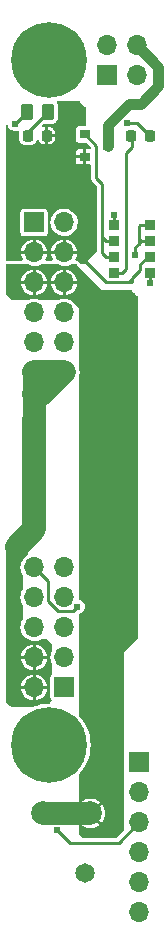
<source format=gbr>
%TF.GenerationSoftware,KiCad,Pcbnew,(6.0.5-0)*%
%TF.CreationDate,2022-07-05T23:23:50-07:00*%
%TF.ProjectId,jetson-nano-ppoe,6a657473-6f6e-42d6-9e61-6e6f2d70706f,rev?*%
%TF.SameCoordinates,PX8b3c880PY8583b00*%
%TF.FileFunction,Copper,L1,Top*%
%TF.FilePolarity,Positive*%
%FSLAX46Y46*%
G04 Gerber Fmt 4.6, Leading zero omitted, Abs format (unit mm)*
G04 Created by KiCad (PCBNEW (6.0.5-0)) date 2022-07-05 23:23:50*
%MOMM*%
%LPD*%
G01*
G04 APERTURE LIST*
G04 Aperture macros list*
%AMRoundRect*
0 Rectangle with rounded corners*
0 $1 Rounding radius*
0 $2 $3 $4 $5 $6 $7 $8 $9 X,Y pos of 4 corners*
0 Add a 4 corners polygon primitive as box body*
4,1,4,$2,$3,$4,$5,$6,$7,$8,$9,$2,$3,0*
0 Add four circle primitives for the rounded corners*
1,1,$1+$1,$2,$3*
1,1,$1+$1,$4,$5*
1,1,$1+$1,$6,$7*
1,1,$1+$1,$8,$9*
0 Add four rect primitives between the rounded corners*
20,1,$1+$1,$2,$3,$4,$5,0*
20,1,$1+$1,$4,$5,$6,$7,0*
20,1,$1+$1,$6,$7,$8,$9,0*
20,1,$1+$1,$8,$9,$2,$3,0*%
G04 Aperture macros list end*
%TA.AperFunction,ComponentPad*%
%ADD10R,1.700000X1.700000*%
%TD*%
%TA.AperFunction,ComponentPad*%
%ADD11O,1.700000X1.700000*%
%TD*%
%TA.AperFunction,ComponentPad*%
%ADD12C,1.650000*%
%TD*%
%TA.AperFunction,ComponentPad*%
%ADD13C,0.800000*%
%TD*%
%TA.AperFunction,ComponentPad*%
%ADD14C,6.400000*%
%TD*%
%TA.AperFunction,SMDPad,CuDef*%
%ADD15R,0.900000X0.800000*%
%TD*%
%TA.AperFunction,SMDPad,CuDef*%
%ADD16C,2.000000*%
%TD*%
%TA.AperFunction,SMDPad,CuDef*%
%ADD17RoundRect,0.250000X0.262500X0.450000X-0.262500X0.450000X-0.262500X-0.450000X0.262500X-0.450000X0*%
%TD*%
%TA.AperFunction,SMDPad,CuDef*%
%ADD18RoundRect,0.218750X-0.218750X-0.256250X0.218750X-0.256250X0.218750X0.256250X-0.218750X0.256250X0*%
%TD*%
%TA.AperFunction,SMDPad,CuDef*%
%ADD19R,0.900000X0.900000*%
%TD*%
%TA.AperFunction,ViaPad*%
%ADD20C,0.609600*%
%TD*%
%TA.AperFunction,Conductor*%
%ADD21C,0.254000*%
%TD*%
%TA.AperFunction,Conductor*%
%ADD22C,0.914400*%
%TD*%
%TA.AperFunction,Conductor*%
%ADD23C,2.000000*%
%TD*%
G04 APERTURE END LIST*
%TO.C,NT1*%
G36*
X7500000Y10200000D02*
G01*
X3500000Y10200000D01*
X3500000Y12200000D01*
X7500000Y12200000D01*
X7500000Y10200000D01*
G37*
%TO.C,NT2*%
G36*
X3750000Y44500000D02*
G01*
X1750000Y44500000D01*
X1750000Y48500000D01*
X3750000Y48500000D01*
X3750000Y44500000D01*
G37*
%TD*%
D10*
%TO.P,J2,1,Pin_1*%
%TO.N,+3V3*%
X5270000Y21870000D03*
D11*
%TO.P,J2,2,Pin_2*%
%TO.N,+5V*%
X2730000Y21870000D03*
%TO.P,J2,3,Pin_3*%
%TO.N,/I2C1_SDA*%
X5270000Y24410000D03*
%TO.P,J2,4,Pin_4*%
%TO.N,+5V*%
X2730000Y24410000D03*
%TO.P,J2,5,Pin_5*%
%TO.N,/I2C1_SCL*%
X5270000Y26950000D03*
%TO.P,J2,6,Pin_6*%
%TO.N,GND*%
X2730000Y26950000D03*
%TO.P,J2,7,Pin_7*%
%TO.N,unconnected-(J2-Pad7)*%
X5270000Y29490000D03*
%TO.P,J2,8,Pin_8*%
%TO.N,/UART1_TXD*%
X2730000Y29490000D03*
%TO.P,J2,9,Pin_9*%
%TO.N,GND*%
X5270000Y32030000D03*
%TO.P,J2,10,Pin_10*%
%TO.N,/UART1_RXD*%
X2730000Y32030000D03*
%TD*%
D12*
%TO.P,J1,1,Pin_1*%
%TO.N,GND*%
X7000000Y6200000D03*
%TO.P,J1,2,Pin_2*%
%TO.N,/12V_CONN*%
X3500000Y11200000D03*
%TD*%
D13*
%TO.P,H2,1*%
%TO.N,N/C*%
X4000000Y77400000D03*
X6400000Y75000000D03*
X1600000Y75000000D03*
X2302944Y76697056D03*
X2302944Y73302944D03*
X5697056Y76697056D03*
D14*
X4000000Y75000000D03*
D13*
X5697056Y73302944D03*
X4000000Y72600000D03*
%TD*%
D15*
%TO.P,Q2,1,G*%
%TO.N,/TR2_EN*%
X7000000Y68700000D03*
%TO.P,Q2,2,S*%
%TO.N,+12V*%
X7000000Y66800000D03*
%TO.P,Q2,3,D*%
%TO.N,/TR2_TAP*%
X9000000Y67750000D03*
%TD*%
D10*
%TO.P,J3,1,Pin_1*%
%TO.N,/TR1_TAP*%
X8870000Y73730000D03*
D11*
%TO.P,J3,2,Pin_2*%
%TO.N,/TR0_TAP*%
X8870000Y76270000D03*
%TO.P,J3,3,Pin_3*%
%TO.N,GND*%
X11410000Y73730000D03*
%TO.P,J3,4,Pin_4*%
%TO.N,/TR2_TAP*%
X11410000Y76270000D03*
%TD*%
D13*
%TO.P,H1,1*%
%TO.N,N/C*%
X4000000Y19400000D03*
X2302944Y15302944D03*
X6400000Y17000000D03*
X1600000Y17000000D03*
X5697056Y15302944D03*
X2302944Y18697056D03*
D14*
X4000000Y17000000D03*
D13*
X4000000Y14600000D03*
X5697056Y18697056D03*
%TD*%
D16*
%TO.P,NT1,1,1*%
%TO.N,/12V_CONN*%
X3500000Y11200000D03*
%TO.P,NT1,2,2*%
%TO.N,/REG_VIN*%
X7500000Y11200000D03*
%TD*%
D10*
%TO.P,J5,1,Pin_1*%
%TO.N,GND*%
X11620005Y15520010D03*
D11*
%TO.P,J5,2,Pin_2*%
%TO.N,unconnected-(J5-Pad2)*%
X11620005Y12980010D03*
%TO.P,J5,3,Pin_3*%
%TO.N,/UART_VCC*%
X11620005Y10440010D03*
%TO.P,J5,4,Pin_4*%
%TO.N,/UART1_RXD*%
X11620005Y7900010D03*
%TO.P,J5,5,Pin_5*%
%TO.N,/UART1_TXD*%
X11620005Y5360010D03*
%TO.P,J5,6,Pin_6*%
%TO.N,unconnected-(J5-Pad6)*%
X11620005Y2820010D03*
%TD*%
D17*
%TO.P,R1,1*%
%TO.N,/REG_PG_R*%
X3912500Y70600000D03*
%TO.P,R1,2*%
%TO.N,/REG_PG*%
X2087500Y70600000D03*
%TD*%
D16*
%TO.P,NT2,1,1*%
%TO.N,+5V*%
X2750000Y44500000D03*
%TO.P,NT2,2,2*%
%TO.N,/REG_VOUT*%
X2750000Y48500000D03*
%TD*%
D18*
%TO.P,D2,1,K*%
%TO.N,/REG_VRP_K*%
X10962500Y68600000D03*
%TO.P,D2,2,A*%
%TO.N,+12V*%
X12537500Y68600000D03*
%TD*%
D10*
%TO.P,J4,1,Pin_1*%
%TO.N,/REG_PG*%
X2730000Y61240000D03*
D11*
%TO.P,J4,2,Pin_2*%
%TO.N,/REG_EN*%
X5270000Y61240000D03*
%TO.P,J4,3,Pin_3*%
%TO.N,+12V*%
X2730000Y58700000D03*
%TO.P,J4,4,Pin_4*%
X5270000Y58700000D03*
%TO.P,J4,5,Pin_5*%
%TO.N,/REG_VIN*%
X2730000Y56160000D03*
%TO.P,J4,6,Pin_6*%
X5270000Y56160000D03*
%TO.P,J4,7,Pin_7*%
%TO.N,GND*%
X2730000Y53620000D03*
%TO.P,J4,8,Pin_8*%
X5270000Y53620000D03*
%TO.P,J4,9,Pin_9*%
X2730000Y51080000D03*
%TO.P,J4,10,Pin_10*%
X5270000Y51080000D03*
%TO.P,J4,11,Pin_11*%
%TO.N,/REG_VOUT*%
X2730000Y48540000D03*
%TO.P,J4,12,Pin_12*%
X5270000Y48540000D03*
%TD*%
D18*
%TO.P,D3,2,A*%
%TO.N,+12V*%
X3787500Y68600000D03*
%TO.P,D3,1,K*%
%TO.N,/REG_PG_R*%
X2212500Y68600000D03*
%TD*%
D19*
%TO.P,RN2,1,R1.1*%
%TO.N,GND*%
X9500000Y61000000D03*
%TO.P,RN2,2,R1.1*%
%TO.N,/TR2_EN*%
X9500000Y59660000D03*
%TO.P,RN2,3,R1.1*%
X9500000Y58340000D03*
%TO.P,RN2,4,R1.1*%
%TO.N,/REG_VRP_K*%
X9500000Y57000000D03*
%TO.P,RN2,5,R1.2*%
%TO.N,GND*%
X12500000Y57000000D03*
%TO.P,RN2,6,R1.2*%
%TO.N,+12V*%
X12500000Y58340000D03*
%TO.P,RN2,7,R1.2*%
%TO.N,/REG_VIN*%
X12500000Y59660000D03*
%TO.P,RN2,8,R1.2*%
X12500000Y61000000D03*
%TD*%
D20*
%TO.N,GND*%
X9500000Y61900000D03*
%TO.N,/REG_PG*%
X1100000Y69600000D03*
%TO.N,+12V*%
X6750000Y70000000D03*
X10557146Y69692854D03*
%TO.N,GND*%
X12500000Y56100000D03*
%TO.N,/UART1_RXD*%
X6400000Y28700000D03*
%TO.N,/UART_VCC*%
X4700000Y9800000D03*
%TO.N,/REG_VIN*%
X11000000Y55000000D03*
X11300000Y58500000D03*
%TD*%
D21*
%TO.N,/REG_VIN*%
X11796000Y59660000D02*
X11568000Y59432000D01*
X11600000Y59464000D02*
X11568000Y59432000D01*
X11568000Y59432000D02*
X11300000Y59164000D01*
X11600000Y59800000D02*
X11600000Y59464000D01*
X11796000Y59660000D02*
X11740000Y59660000D01*
X11600000Y59800000D02*
X11600000Y60900000D01*
X11740000Y59660000D02*
X11600000Y59800000D01*
X11600000Y60900000D02*
X11700000Y61000000D01*
X11700000Y61000000D02*
X12500000Y61000000D01*
%TO.N,GND*%
X9500000Y61000000D02*
X9500000Y61900000D01*
%TO.N,/REG_PG*%
X2087500Y70600000D02*
X2087500Y70587500D01*
X2087500Y70587500D02*
X1100000Y69600000D01*
%TO.N,/REG_PG_R*%
X2212500Y68600000D02*
X2212500Y68900000D01*
X2212500Y68900000D02*
X3912500Y70600000D01*
%TO.N,+12V*%
X10720289Y56220289D02*
X11020289Y56220289D01*
D22*
X7500000Y59250000D02*
X7500000Y64000000D01*
D21*
X11050000Y56250000D02*
X10900000Y56400000D01*
X12537500Y68600000D02*
X11444646Y69692854D01*
X10720289Y56220289D02*
X10900000Y56400000D01*
X8779711Y56220289D02*
X6950000Y58050000D01*
X11444646Y69692854D02*
X10557146Y69692854D01*
X6950000Y58050000D02*
X6950000Y58700000D01*
X11020289Y56220289D02*
X11050000Y56250000D01*
X11050000Y56250000D02*
X11050000Y56550000D01*
X12340000Y58340000D02*
X12500000Y58340000D01*
X10900000Y56400000D02*
X11050000Y56550000D01*
X11720289Y57720289D02*
X12340000Y58340000D01*
X6950000Y66800000D02*
X7000000Y66800000D01*
X8779711Y56220289D02*
X10720289Y56220289D01*
D22*
X6950000Y58700000D02*
X7500000Y59250000D01*
D21*
X11050000Y56550000D02*
X11720289Y57220289D01*
X11720289Y57220289D02*
X11720289Y57720289D01*
D22*
X7500000Y64000000D02*
X7000000Y64500000D01*
D21*
%TO.N,GND*%
X12500000Y57000000D02*
X12500000Y56100000D01*
D23*
%TO.N,+5V*%
X2750000Y35250000D02*
X1250000Y33750000D01*
X2750000Y44500000D02*
X2750000Y35250000D01*
D21*
%TO.N,/UART1_RXD*%
X6010289Y28310289D02*
X6400000Y28700000D01*
X2730000Y32030000D02*
X3909711Y30850289D01*
X3909711Y29181925D02*
X4781347Y28310289D01*
X3909711Y30850289D02*
X3909711Y29181925D01*
X4781347Y28310289D02*
X6010289Y28310289D01*
D22*
%TO.N,/TR2_TAP*%
X13250000Y72750000D02*
X11750000Y71250000D01*
X13250000Y74430000D02*
X13250000Y72750000D01*
X9000000Y69500000D02*
X10750000Y71250000D01*
X11750000Y71250000D02*
X10750000Y71250000D01*
X9000000Y67750000D02*
X9000000Y69500000D01*
X11410000Y76270000D02*
X13250000Y74430000D01*
D21*
%TO.N,/REG_VRP_K*%
X11000000Y67600000D02*
X11000000Y68562500D01*
X10500000Y67100000D02*
X11000000Y67600000D01*
X10500000Y57300000D02*
X10500000Y67100000D01*
X10200000Y57000000D02*
X10500000Y57300000D01*
X9500000Y57000000D02*
X10200000Y57000000D01*
X11000000Y68562500D02*
X10962500Y68600000D01*
D23*
%TO.N,/REG_VOUT*%
X5270000Y48540000D02*
X3432711Y46702711D01*
X2730000Y48540000D02*
X5270000Y48540000D01*
X3432711Y46702711D02*
X2750000Y46702711D01*
D21*
%TO.N,/UART_VCC*%
X4700000Y9800000D02*
X5800000Y8700000D01*
X9879995Y8700000D02*
X11620005Y10440010D01*
X5800000Y8700000D02*
X9879995Y8700000D01*
%TO.N,/REG_VIN*%
X12500000Y59660000D02*
X11796000Y59660000D01*
X11300000Y59164000D02*
X11300000Y58500000D01*
%TO.N,/TR2_EN*%
X9500000Y58340000D02*
X8796000Y58340000D01*
X8000000Y65000000D02*
X8500000Y64500000D01*
X8840000Y59660000D02*
X8750000Y59750000D01*
X8500000Y64500000D02*
X8500000Y60000000D01*
X8500000Y58636000D02*
X8500000Y59750000D01*
X8796000Y58340000D02*
X8500000Y58636000D01*
X8500000Y59750000D02*
X8500000Y60000000D01*
X8840000Y59660000D02*
X8500000Y60000000D01*
X9500000Y59660000D02*
X8840000Y59660000D01*
X7050000Y68700000D02*
X8000000Y67750000D01*
X8750000Y59750000D02*
X8500000Y59750000D01*
X8000000Y67750000D02*
X8000000Y65000000D01*
X7000000Y68700000D02*
X7050000Y68700000D01*
%TD*%
%TA.AperFunction,Conductor*%
%TO.N,+5V*%
G36*
X1767461Y34480787D02*
G01*
X1779465Y34470535D01*
X2220535Y34029465D01*
X2248761Y33974067D01*
X2250000Y33958330D01*
X2250000Y33146032D01*
X2230787Y33086901D01*
X2200836Y33059576D01*
X2051987Y32971020D01*
X2051982Y32971016D01*
X2048023Y32968661D01*
X2044557Y32965622D01*
X2044555Y32965620D01*
X1891852Y32831704D01*
X1891849Y32831701D01*
X1888385Y32828663D01*
X1756933Y32661917D01*
X1658070Y32474008D01*
X1595105Y32271229D01*
X1570149Y32060372D01*
X1584036Y31848497D01*
X1636301Y31642701D01*
X1725195Y31449876D01*
X1727858Y31446108D01*
X1731555Y31440877D01*
X1750000Y31382817D01*
X1750000Y30133589D01*
X1738430Y30086749D01*
X1658070Y29934008D01*
X1595105Y29731229D01*
X1570149Y29520372D01*
X1584036Y29308497D01*
X1636301Y29102701D01*
X1725195Y28909876D01*
X1727858Y28906108D01*
X1731555Y28900877D01*
X1750000Y28842817D01*
X1750000Y27593589D01*
X1738430Y27546749D01*
X1658070Y27394008D01*
X1595105Y27191229D01*
X1570149Y26980372D01*
X1584036Y26768497D01*
X1636301Y26562701D01*
X1725195Y26369876D01*
X1847740Y26196479D01*
X1999832Y26048317D01*
X2003665Y26045756D01*
X2003666Y26045755D01*
X2172542Y25932915D01*
X2172546Y25932913D01*
X2176377Y25930353D01*
X2371463Y25846538D01*
X2578557Y25799677D01*
X2684640Y25795509D01*
X2786114Y25791522D01*
X2786115Y25791522D01*
X2790723Y25791341D01*
X2795280Y25792002D01*
X2795285Y25792002D01*
X2996293Y25821147D01*
X2996299Y25821148D01*
X3000855Y25821809D01*
X3005218Y25823290D01*
X3005222Y25823291D01*
X3197553Y25888579D01*
X3201916Y25890060D01*
X3375325Y25987173D01*
X3424479Y26000000D01*
X3708330Y26000000D01*
X3767461Y25980787D01*
X3779465Y25970535D01*
X4220535Y25529465D01*
X4248761Y25474067D01*
X4250000Y25458330D01*
X4250000Y24977561D01*
X4238430Y24930721D01*
X4198070Y24854008D01*
X4135105Y24651229D01*
X4110149Y24440372D01*
X4124036Y24228497D01*
X4176301Y24022701D01*
X4178234Y24018508D01*
X4240759Y23882881D01*
X4250000Y23840764D01*
X4250000Y23023512D01*
X4230787Y22964381D01*
X4220597Y22952440D01*
X4170293Y22902048D01*
X4170290Y22902043D01*
X4163730Y22895472D01*
X4117742Y22791451D01*
X4114700Y22765358D01*
X4114700Y20974642D01*
X4117867Y20948022D01*
X4164036Y20844081D01*
X4170608Y20837521D01*
X4182878Y20825272D01*
X4211153Y20769899D01*
X4201480Y20708482D01*
X4182940Y20682940D01*
X4037975Y20537975D01*
X3982577Y20509749D01*
X3972106Y20508648D01*
X3928475Y20506361D01*
X3635738Y20491020D01*
X3635730Y20491019D01*
X3633094Y20490881D01*
X3465386Y20464319D01*
X3272812Y20433819D01*
X3272804Y20433817D01*
X3270207Y20433406D01*
X3123589Y20394120D01*
X2917852Y20338993D01*
X2917844Y20338990D01*
X2915316Y20338313D01*
X2912865Y20337372D01*
X2702660Y20256682D01*
X2666608Y20250000D01*
X791670Y20250000D01*
X732539Y20269213D01*
X720535Y20279465D01*
X334765Y20665235D01*
X306539Y20720633D01*
X305300Y20736370D01*
X305300Y21732945D01*
X1632535Y21732945D01*
X1634619Y21701149D01*
X1636053Y21692095D01*
X1683729Y21504370D01*
X1686798Y21495705D01*
X1767879Y21319828D01*
X1772476Y21311866D01*
X1884251Y21153707D01*
X1890224Y21146714D01*
X2028946Y21011577D01*
X2036092Y21005790D01*
X2197125Y20898191D01*
X2205200Y20893808D01*
X2383145Y20817356D01*
X2391884Y20814517D01*
X2580780Y20771774D01*
X2587318Y20770913D01*
X2599624Y20774383D01*
X2602278Y20777750D01*
X2602500Y20778991D01*
X2602500Y20788795D01*
X2857500Y20788795D01*
X2861688Y20775905D01*
X2862878Y20775041D01*
X2868953Y20774523D01*
X2984266Y20791242D01*
X2993195Y20793386D01*
X3176597Y20855644D01*
X3184982Y20859377D01*
X3353967Y20954013D01*
X3361537Y20959216D01*
X3510444Y21083059D01*
X3516941Y21089556D01*
X3640784Y21238463D01*
X3645987Y21246033D01*
X3740623Y21415018D01*
X3744356Y21423403D01*
X3806614Y21606805D01*
X3808758Y21615734D01*
X3824852Y21726732D01*
X3822557Y21740089D01*
X3821503Y21741115D01*
X3815563Y21742500D01*
X2873433Y21742500D01*
X2860543Y21738312D01*
X2857500Y21734123D01*
X2857500Y20788795D01*
X2602500Y20788795D01*
X2602500Y21726567D01*
X2598312Y21739457D01*
X2594123Y21742500D01*
X1647842Y21742500D01*
X1634952Y21738312D01*
X1632843Y21735409D01*
X1632535Y21732945D01*
X305300Y21732945D01*
X305300Y22013323D01*
X1635178Y22013323D01*
X1637822Y22000030D01*
X1639421Y21998552D01*
X1644214Y21997500D01*
X2586567Y21997500D01*
X2599457Y22001688D01*
X2602500Y22005877D01*
X2602500Y22013433D01*
X2857500Y22013433D01*
X2861688Y22000543D01*
X2865877Y21997500D01*
X3811081Y21997500D01*
X3823971Y22001688D01*
X3825666Y22004021D01*
X3826077Y22007699D01*
X3820586Y22067462D01*
X3818913Y22076485D01*
X3766340Y22262897D01*
X3763049Y22271470D01*
X3677387Y22445176D01*
X3672592Y22453000D01*
X3556705Y22608191D01*
X3550560Y22615016D01*
X3408340Y22746483D01*
X3401051Y22752077D01*
X3237254Y22855424D01*
X3229067Y22859596D01*
X3049182Y22931362D01*
X3040371Y22933972D01*
X2873129Y22967238D01*
X2859667Y22965645D01*
X2859633Y22965614D01*
X2857500Y22957439D01*
X2857500Y22013433D01*
X2602500Y22013433D01*
X2602500Y22952418D01*
X2598312Y22965308D01*
X2597697Y22965755D01*
X2590437Y22966278D01*
X2447585Y22941732D01*
X2438713Y22939355D01*
X2257010Y22872321D01*
X2248711Y22868362D01*
X2082269Y22769340D01*
X2074837Y22763940D01*
X1929223Y22636240D01*
X1922902Y22629579D01*
X1802995Y22477478D01*
X1797995Y22469779D01*
X1707813Y22298372D01*
X1704300Y22289890D01*
X1646864Y22104918D01*
X1644957Y22095944D01*
X1635178Y22013323D01*
X305300Y22013323D01*
X305300Y24272945D01*
X1632535Y24272945D01*
X1634619Y24241149D01*
X1636053Y24232095D01*
X1683729Y24044370D01*
X1686798Y24035705D01*
X1767879Y23859828D01*
X1772476Y23851866D01*
X1884251Y23693707D01*
X1890224Y23686714D01*
X2028946Y23551577D01*
X2036092Y23545790D01*
X2197125Y23438191D01*
X2205200Y23433808D01*
X2383145Y23357356D01*
X2391884Y23354517D01*
X2580780Y23311774D01*
X2587318Y23310913D01*
X2599624Y23314383D01*
X2602278Y23317750D01*
X2602500Y23318991D01*
X2602500Y23328795D01*
X2857500Y23328795D01*
X2861688Y23315905D01*
X2862878Y23315041D01*
X2868953Y23314523D01*
X2984266Y23331242D01*
X2993195Y23333386D01*
X3176597Y23395644D01*
X3184982Y23399377D01*
X3353967Y23494013D01*
X3361537Y23499216D01*
X3510444Y23623059D01*
X3516941Y23629556D01*
X3640784Y23778463D01*
X3645987Y23786033D01*
X3740623Y23955018D01*
X3744356Y23963403D01*
X3806614Y24146805D01*
X3808758Y24155734D01*
X3824852Y24266732D01*
X3822557Y24280089D01*
X3821503Y24281115D01*
X3815563Y24282500D01*
X2873433Y24282500D01*
X2860543Y24278312D01*
X2857500Y24274123D01*
X2857500Y23328795D01*
X2602500Y23328795D01*
X2602500Y24266567D01*
X2598312Y24279457D01*
X2594123Y24282500D01*
X1647842Y24282500D01*
X1634952Y24278312D01*
X1632843Y24275409D01*
X1632535Y24272945D01*
X305300Y24272945D01*
X305300Y24553323D01*
X1635178Y24553323D01*
X1637822Y24540030D01*
X1639421Y24538552D01*
X1644214Y24537500D01*
X2586567Y24537500D01*
X2599457Y24541688D01*
X2602500Y24545877D01*
X2602500Y24553433D01*
X2857500Y24553433D01*
X2861688Y24540543D01*
X2865877Y24537500D01*
X3811081Y24537500D01*
X3823971Y24541688D01*
X3825666Y24544021D01*
X3826077Y24547699D01*
X3820586Y24607462D01*
X3818913Y24616485D01*
X3766340Y24802897D01*
X3763049Y24811470D01*
X3677387Y24985176D01*
X3672592Y24993000D01*
X3556705Y25148191D01*
X3550560Y25155016D01*
X3408340Y25286483D01*
X3401051Y25292077D01*
X3237254Y25395424D01*
X3229067Y25399596D01*
X3049182Y25471362D01*
X3040371Y25473972D01*
X2873129Y25507238D01*
X2859667Y25505645D01*
X2859633Y25505614D01*
X2857500Y25497439D01*
X2857500Y24553433D01*
X2602500Y24553433D01*
X2602500Y25492418D01*
X2598312Y25505308D01*
X2597697Y25505755D01*
X2590437Y25506278D01*
X2447585Y25481732D01*
X2438713Y25479355D01*
X2257010Y25412321D01*
X2248711Y25408362D01*
X2082269Y25309340D01*
X2074837Y25303940D01*
X1929223Y25176240D01*
X1922902Y25169579D01*
X1802995Y25017478D01*
X1797995Y25009779D01*
X1707813Y24838372D01*
X1704300Y24829890D01*
X1646864Y24644918D01*
X1644957Y24635944D01*
X1635178Y24553323D01*
X305300Y24553323D01*
X305300Y34013630D01*
X324513Y34072761D01*
X334765Y34084765D01*
X720535Y34470535D01*
X775933Y34498761D01*
X791670Y34500000D01*
X1708330Y34500000D01*
X1767461Y34480787D01*
G37*
%TD.AperFunction*%
%TD*%
%TA.AperFunction,Conductor*%
%TO.N,+12V*%
G36*
X6617461Y71480787D02*
G01*
X6629465Y71470535D01*
X7070535Y71029465D01*
X7098761Y70974067D01*
X7100000Y70958330D01*
X7100000Y69505900D01*
X7080787Y69446769D01*
X7030487Y69410224D01*
X6999400Y69405300D01*
X6504642Y69405300D01*
X6501694Y69404949D01*
X6501689Y69404949D01*
X6485518Y69403025D01*
X6485517Y69403025D01*
X6478022Y69402133D01*
X6374081Y69355964D01*
X6293730Y69275472D01*
X6289975Y69266978D01*
X6253362Y69184162D01*
X6247742Y69171451D01*
X6244700Y69145358D01*
X6244700Y68254642D01*
X6245051Y68251694D01*
X6245051Y68251689D01*
X6246975Y68235518D01*
X6247867Y68228022D01*
X6294036Y68124081D01*
X6374528Y68043730D01*
X6417344Y68024801D01*
X6471629Y68000801D01*
X6471631Y68000800D01*
X6478549Y67997742D01*
X6491185Y67996269D01*
X6501730Y67995039D01*
X6501738Y67995039D01*
X6504642Y67994700D01*
X7102265Y67994700D01*
X7161396Y67975487D01*
X7173400Y67965235D01*
X7512900Y67625735D01*
X7541126Y67570337D01*
X7531400Y67508929D01*
X7487436Y67464965D01*
X7441765Y67454000D01*
X7143433Y67454000D01*
X7130543Y67449812D01*
X7127500Y67445623D01*
X7127500Y66161934D01*
X7131688Y66149044D01*
X7135877Y66146001D01*
X7467100Y66146001D01*
X7526231Y66126788D01*
X7562776Y66076488D01*
X7567700Y66045401D01*
X7567700Y65031634D01*
X7567003Y65019810D01*
X7563033Y64986267D01*
X7564384Y64978870D01*
X7573205Y64930568D01*
X7573723Y64927456D01*
X7582144Y64871451D01*
X7585143Y64865205D01*
X7586388Y64858389D01*
X7612507Y64808107D01*
X7613881Y64805356D01*
X7638414Y64754267D01*
X7642511Y64749836D01*
X7643674Y64748109D01*
X7646312Y64743030D01*
X7650442Y64738193D01*
X7686479Y64702156D01*
X7689216Y64699310D01*
X7726655Y64658809D01*
X7732533Y64655395D01*
X7739313Y64649322D01*
X8038235Y64350400D01*
X8066461Y64295002D01*
X8067700Y64279265D01*
X8067700Y60031634D01*
X8067003Y60019810D01*
X8063033Y59986267D01*
X8065728Y59971512D01*
X8066063Y59969676D01*
X8067700Y59951602D01*
X8067700Y59811059D01*
X8066336Y59799133D01*
X8066453Y59799124D01*
X8065863Y59791626D01*
X8064165Y59784301D01*
X8064696Y59776801D01*
X8064696Y59776800D01*
X8067449Y59737919D01*
X8067700Y59730814D01*
X8067700Y58909370D01*
X8048487Y58850239D01*
X8038235Y58838235D01*
X6929465Y57729465D01*
X6874067Y57701239D01*
X6858330Y57700000D01*
X6780500Y57700000D01*
X6721369Y57719213D01*
X6709365Y57729465D01*
X6548880Y57889950D01*
X6532104Y57905458D01*
X6531676Y57905854D01*
X6531657Y57905871D01*
X6530984Y57906493D01*
X6528987Y57908199D01*
X6522734Y57913539D01*
X6522733Y57913539D01*
X6518980Y57916745D01*
X6514675Y57919156D01*
X6514672Y57919158D01*
X6453111Y57953633D01*
X6413350Y57975900D01*
X6354219Y57995113D01*
X6300629Y58003601D01*
X6245235Y58031826D01*
X6217008Y58087223D01*
X6228596Y58152116D01*
X6280623Y58245018D01*
X6284356Y58253403D01*
X6346614Y58436805D01*
X6348758Y58445734D01*
X6364852Y58556732D01*
X6362557Y58570089D01*
X6361503Y58571115D01*
X6355563Y58572500D01*
X4187842Y58572500D01*
X4174952Y58568312D01*
X4172843Y58565409D01*
X4172535Y58562945D01*
X4174619Y58531149D01*
X4176053Y58522095D01*
X4223729Y58334370D01*
X4226798Y58325705D01*
X4306409Y58153017D01*
X4313717Y58091274D01*
X4283338Y58037027D01*
X4226875Y58010997D01*
X4215050Y58010300D01*
X3780815Y58010300D01*
X3721684Y58029513D01*
X3685139Y58079813D01*
X3685139Y58141987D01*
X3693042Y58160055D01*
X3740623Y58245018D01*
X3744356Y58253403D01*
X3806614Y58436805D01*
X3808758Y58445734D01*
X3824852Y58556732D01*
X3822557Y58570089D01*
X3821503Y58571115D01*
X3815563Y58572500D01*
X1647842Y58572500D01*
X1634952Y58568312D01*
X1632843Y58565409D01*
X1632535Y58562945D01*
X1634619Y58531149D01*
X1636053Y58522095D01*
X1683729Y58334370D01*
X1686798Y58325705D01*
X1766409Y58153017D01*
X1773717Y58091274D01*
X1743338Y58037027D01*
X1686875Y58010997D01*
X1675050Y58010300D01*
X405900Y58010300D01*
X346769Y58029513D01*
X310224Y58079813D01*
X305300Y58110900D01*
X305300Y58843323D01*
X1635178Y58843323D01*
X1637822Y58830030D01*
X1639421Y58828552D01*
X1644214Y58827500D01*
X2586567Y58827500D01*
X2599457Y58831688D01*
X2602500Y58835877D01*
X2602500Y58843433D01*
X2857500Y58843433D01*
X2861688Y58830543D01*
X2865877Y58827500D01*
X3811081Y58827500D01*
X3823971Y58831688D01*
X3825666Y58834021D01*
X3826077Y58837699D01*
X3825560Y58843323D01*
X4175178Y58843323D01*
X4177822Y58830030D01*
X4179421Y58828552D01*
X4184214Y58827500D01*
X5126567Y58827500D01*
X5139457Y58831688D01*
X5142500Y58835877D01*
X5142500Y58843433D01*
X5397500Y58843433D01*
X5401688Y58830543D01*
X5405877Y58827500D01*
X6351081Y58827500D01*
X6363971Y58831688D01*
X6365666Y58834021D01*
X6366077Y58837699D01*
X6360586Y58897462D01*
X6358913Y58906485D01*
X6306340Y59092897D01*
X6303049Y59101470D01*
X6217387Y59275176D01*
X6212592Y59283000D01*
X6096705Y59438191D01*
X6090560Y59445016D01*
X5948340Y59576483D01*
X5941051Y59582077D01*
X5777254Y59685424D01*
X5769067Y59689596D01*
X5589182Y59761362D01*
X5580371Y59763972D01*
X5413129Y59797238D01*
X5399667Y59795645D01*
X5399633Y59795614D01*
X5397500Y59787439D01*
X5397500Y58843433D01*
X5142500Y58843433D01*
X5142500Y59782418D01*
X5138312Y59795308D01*
X5137697Y59795755D01*
X5130437Y59796278D01*
X4987585Y59771732D01*
X4978713Y59769355D01*
X4797010Y59702321D01*
X4788711Y59698362D01*
X4622269Y59599340D01*
X4614837Y59593940D01*
X4469223Y59466240D01*
X4462902Y59459579D01*
X4342995Y59307478D01*
X4337995Y59299779D01*
X4247813Y59128372D01*
X4244300Y59119890D01*
X4186864Y58934918D01*
X4184957Y58925944D01*
X4175178Y58843323D01*
X3825560Y58843323D01*
X3820586Y58897462D01*
X3818913Y58906485D01*
X3766340Y59092897D01*
X3763049Y59101470D01*
X3677387Y59275176D01*
X3672592Y59283000D01*
X3556705Y59438191D01*
X3550560Y59445016D01*
X3408340Y59576483D01*
X3401051Y59582077D01*
X3237254Y59685424D01*
X3229067Y59689596D01*
X3049182Y59761362D01*
X3040371Y59763972D01*
X2873129Y59797238D01*
X2859667Y59795645D01*
X2859633Y59795614D01*
X2857500Y59787439D01*
X2857500Y58843433D01*
X2602500Y58843433D01*
X2602500Y59782418D01*
X2598312Y59795308D01*
X2597697Y59795755D01*
X2590437Y59796278D01*
X2447585Y59771732D01*
X2438713Y59769355D01*
X2257010Y59702321D01*
X2248711Y59698362D01*
X2082269Y59599340D01*
X2074837Y59593940D01*
X1929223Y59466240D01*
X1922902Y59459579D01*
X1802995Y59307478D01*
X1797995Y59299779D01*
X1707813Y59128372D01*
X1704300Y59119890D01*
X1646864Y58934918D01*
X1644957Y58925944D01*
X1635178Y58843323D01*
X305300Y58843323D01*
X305300Y60344642D01*
X1574700Y60344642D01*
X1577867Y60318022D01*
X1594065Y60281555D01*
X1620065Y60223022D01*
X1624036Y60214081D01*
X1704528Y60133730D01*
X1747344Y60114801D01*
X1801629Y60090801D01*
X1801631Y60090800D01*
X1808549Y60087742D01*
X1821185Y60086269D01*
X1831730Y60085039D01*
X1831738Y60085039D01*
X1834642Y60084700D01*
X3625358Y60084700D01*
X3628306Y60085051D01*
X3628311Y60085051D01*
X3644482Y60086975D01*
X3644483Y60086975D01*
X3651978Y60087867D01*
X3726985Y60121184D01*
X3747432Y60130266D01*
X3747433Y60130267D01*
X3755919Y60134036D01*
X3836270Y60214528D01*
X3882258Y60318549D01*
X3885300Y60344642D01*
X3885300Y61270372D01*
X4110149Y61270372D01*
X4124036Y61058497D01*
X4125168Y61054039D01*
X4125169Y61054034D01*
X4146728Y60969145D01*
X4176301Y60852701D01*
X4265195Y60659876D01*
X4387740Y60486479D01*
X4539832Y60338317D01*
X4543665Y60335756D01*
X4543666Y60335755D01*
X4712542Y60222915D01*
X4712546Y60222913D01*
X4716377Y60220353D01*
X4804920Y60182312D01*
X4902728Y60140291D01*
X4911463Y60136538D01*
X5118557Y60089677D01*
X5224640Y60085509D01*
X5326114Y60081522D01*
X5326115Y60081522D01*
X5330723Y60081341D01*
X5335280Y60082002D01*
X5335285Y60082002D01*
X5536293Y60111147D01*
X5536299Y60111148D01*
X5540855Y60111809D01*
X5545218Y60113290D01*
X5545222Y60113291D01*
X5737553Y60178579D01*
X5741916Y60180060D01*
X5927172Y60283808D01*
X5960013Y60311121D01*
X6086873Y60416630D01*
X6090420Y60419580D01*
X6097120Y60427636D01*
X6223244Y60579283D01*
X6223246Y60579285D01*
X6226192Y60582828D01*
X6329940Y60768084D01*
X6398191Y60969145D01*
X6398852Y60973701D01*
X6398853Y60973707D01*
X6428234Y61176345D01*
X6428234Y61176347D01*
X6428659Y61179277D01*
X6430249Y61240000D01*
X6410821Y61451439D01*
X6353186Y61655796D01*
X6341445Y61679605D01*
X6261318Y61842086D01*
X6261316Y61842089D01*
X6259275Y61846228D01*
X6237389Y61875537D01*
X6134996Y62012659D01*
X6134991Y62012664D01*
X6132233Y62016358D01*
X5976315Y62160487D01*
X5972419Y62162945D01*
X5972414Y62162949D01*
X5886528Y62217138D01*
X5796742Y62273789D01*
X5599529Y62352470D01*
X5391279Y62393893D01*
X5283787Y62395300D01*
X5183582Y62396612D01*
X5183578Y62396612D01*
X5178968Y62396672D01*
X5169011Y62394961D01*
X4974253Y62361496D01*
X4974248Y62361495D01*
X4969705Y62360714D01*
X4930553Y62346270D01*
X4774831Y62288822D01*
X4774829Y62288821D01*
X4770500Y62287224D01*
X4720424Y62257432D01*
X4591987Y62181020D01*
X4591982Y62181016D01*
X4588023Y62178661D01*
X4584557Y62175622D01*
X4584555Y62175620D01*
X4431852Y62041704D01*
X4431849Y62041701D01*
X4428385Y62038663D01*
X4296933Y61871917D01*
X4198070Y61684008D01*
X4135105Y61481229D01*
X4110149Y61270372D01*
X3885300Y61270372D01*
X3885300Y62135358D01*
X3882133Y62161978D01*
X3848816Y62236985D01*
X3839734Y62257432D01*
X3839733Y62257433D01*
X3835964Y62265919D01*
X3755472Y62346270D01*
X3712656Y62365199D01*
X3658371Y62389199D01*
X3658369Y62389200D01*
X3651451Y62392258D01*
X3637427Y62393893D01*
X3628270Y62394961D01*
X3628262Y62394961D01*
X3625358Y62395300D01*
X1834642Y62395300D01*
X1831694Y62394949D01*
X1831689Y62394949D01*
X1815518Y62393025D01*
X1815517Y62393025D01*
X1808022Y62392133D01*
X1737288Y62360714D01*
X1713224Y62350025D01*
X1704081Y62345964D01*
X1623730Y62265472D01*
X1619975Y62256978D01*
X1585351Y62178661D01*
X1577742Y62161451D01*
X1574700Y62135358D01*
X1574700Y60344642D01*
X305300Y60344642D01*
X305300Y66379922D01*
X6296001Y66379922D01*
X6296965Y66370139D01*
X6308804Y66310614D01*
X6316242Y66292655D01*
X6361371Y66225115D01*
X6375115Y66211371D01*
X6442657Y66166241D01*
X6460611Y66158804D01*
X6520131Y66146965D01*
X6529930Y66146000D01*
X6856567Y66146000D01*
X6869457Y66150188D01*
X6872500Y66154377D01*
X6872500Y66656567D01*
X6868312Y66669457D01*
X6864123Y66672500D01*
X6311934Y66672500D01*
X6299044Y66668312D01*
X6296001Y66664123D01*
X6296001Y66379922D01*
X305300Y66379922D01*
X305300Y66943433D01*
X6296000Y66943433D01*
X6300188Y66930543D01*
X6304377Y66927500D01*
X6856567Y66927500D01*
X6869457Y66931688D01*
X6872500Y66935877D01*
X6872500Y67438066D01*
X6868312Y67450956D01*
X6864123Y67453999D01*
X6529922Y67453999D01*
X6520139Y67453035D01*
X6460614Y67441196D01*
X6442655Y67433758D01*
X6375115Y67388629D01*
X6361371Y67374885D01*
X6316241Y67307343D01*
X6308804Y67289389D01*
X6296965Y67229869D01*
X6296000Y67220070D01*
X6296000Y66943433D01*
X305300Y66943433D01*
X305300Y69430563D01*
X324513Y69489694D01*
X374813Y69526239D01*
X436987Y69526239D01*
X487287Y69489694D01*
X501127Y69459466D01*
X501657Y69459660D01*
X549579Y69328707D01*
X552404Y69320986D01*
X634765Y69198420D01*
X743985Y69099038D01*
X749312Y69096146D01*
X749313Y69096145D01*
X777898Y69080625D01*
X873758Y69028577D01*
X879628Y69027037D01*
X1010725Y68992644D01*
X1010726Y68992644D01*
X1016592Y68991105D01*
X1085717Y68990019D01*
X1158177Y68988881D01*
X1158179Y68988881D01*
X1164241Y68988786D01*
X1170152Y68990140D01*
X1170154Y68990140D01*
X1302272Y69020399D01*
X1302275Y69020400D01*
X1308182Y69021753D01*
X1328636Y69032040D01*
X1390093Y69041445D01*
X1445342Y69012929D01*
X1473278Y68957385D01*
X1473708Y68930086D01*
X1469700Y68896965D01*
X1469701Y68303036D01*
X1470064Y68300040D01*
X1470064Y68300032D01*
X1475657Y68253808D01*
X1480042Y68217571D01*
X1502035Y68162024D01*
X1518239Y68121098D01*
X1532898Y68084073D01*
X1619707Y67969707D01*
X1625169Y67965561D01*
X1728609Y67887045D01*
X1728611Y67887044D01*
X1734073Y67882898D01*
X1740450Y67880373D01*
X1740452Y67880372D01*
X1844440Y67839200D01*
X1867571Y67830042D01*
X1873988Y67829265D01*
X1873990Y67829265D01*
X1903908Y67825645D01*
X1953035Y67819700D01*
X2212242Y67819700D01*
X2471964Y67819701D01*
X2474960Y67820064D01*
X2474968Y67820064D01*
X2551016Y67829266D01*
X2557429Y67830042D01*
X2612976Y67852035D01*
X2684548Y67880372D01*
X2684550Y67880373D01*
X2690927Y67882898D01*
X2696389Y67887044D01*
X2696391Y67887045D01*
X2799831Y67965561D01*
X2805293Y67969707D01*
X2892102Y68084073D01*
X2894628Y68090452D01*
X2934217Y68190441D01*
X2973848Y68238347D01*
X3034069Y68253808D01*
X3091877Y68230920D01*
X3121951Y68188719D01*
X3147299Y68121100D01*
X3154112Y68108656D01*
X3226729Y68011764D01*
X3236764Y68001729D01*
X3333656Y67929112D01*
X3346098Y67922300D01*
X3460291Y67879492D01*
X3472453Y67876601D01*
X3521305Y67871293D01*
X3526725Y67871000D01*
X3644067Y67871000D01*
X3656957Y67875188D01*
X3660000Y67879377D01*
X3660000Y67886934D01*
X3915000Y67886934D01*
X3919188Y67874044D01*
X3923377Y67871001D01*
X4048273Y67871001D01*
X4053697Y67871295D01*
X4102541Y67876600D01*
X4114714Y67879494D01*
X4228902Y67922300D01*
X4241344Y67929112D01*
X4338236Y68001729D01*
X4348271Y68011764D01*
X4420888Y68108656D01*
X4427700Y68121098D01*
X4470508Y68235291D01*
X4473399Y68247453D01*
X4478707Y68296305D01*
X4479000Y68301725D01*
X4479000Y68456567D01*
X4474812Y68469457D01*
X4470623Y68472500D01*
X3930933Y68472500D01*
X3918043Y68468312D01*
X3915000Y68464123D01*
X3915000Y67886934D01*
X3660000Y67886934D01*
X3660000Y68743433D01*
X3915000Y68743433D01*
X3919188Y68730543D01*
X3923377Y68727500D01*
X4463066Y68727500D01*
X4475956Y68731688D01*
X4478999Y68735877D01*
X4478999Y68898273D01*
X4478705Y68903697D01*
X4473400Y68952541D01*
X4470506Y68964714D01*
X4427700Y69078902D01*
X4420888Y69091344D01*
X4348271Y69188236D01*
X4338236Y69198271D01*
X4241344Y69270888D01*
X4228902Y69277700D01*
X4114709Y69320508D01*
X4102547Y69323399D01*
X4053695Y69328707D01*
X4048275Y69329000D01*
X3930933Y69329000D01*
X3918043Y69324812D01*
X3915000Y69320623D01*
X3915000Y68743433D01*
X3660000Y68743433D01*
X3660000Y69313066D01*
X3655812Y69325956D01*
X3651623Y69328999D01*
X3526727Y69328999D01*
X3521303Y69328705D01*
X3503816Y69326806D01*
X3442956Y69339522D01*
X3401193Y69385581D01*
X3394479Y69447392D01*
X3421818Y69497953D01*
X3493478Y69569613D01*
X3548876Y69597839D01*
X3576694Y69598350D01*
X3606856Y69594700D01*
X4218144Y69594700D01*
X4308703Y69605659D01*
X4314707Y69608036D01*
X4443788Y69659142D01*
X4443790Y69659143D01*
X4450162Y69661666D01*
X4490139Y69692010D01*
X4565886Y69749506D01*
X4571348Y69753652D01*
X4663334Y69874838D01*
X4674643Y69903400D01*
X4716964Y70010293D01*
X4716964Y70010294D01*
X4719341Y70016297D01*
X4730300Y70106856D01*
X4730300Y71093144D01*
X4719341Y71183703D01*
X4663334Y71325162D01*
X4653152Y71338576D01*
X4632704Y71397291D01*
X4650673Y71456812D01*
X4700196Y71494404D01*
X4733282Y71500000D01*
X6558330Y71500000D01*
X6617461Y71480787D01*
G37*
%TD.AperFunction*%
%TD*%
%TA.AperFunction,Conductor*%
%TO.N,/REG_VIN*%
G36*
X2168067Y57684344D02*
G01*
X2168487Y57685117D01*
X2172247Y57683075D01*
X2172349Y57683045D01*
X2176377Y57680353D01*
X2371463Y57596538D01*
X2578557Y57549677D01*
X2684640Y57545509D01*
X2786114Y57541522D01*
X2786115Y57541522D01*
X2790723Y57541341D01*
X2795280Y57542002D01*
X2795285Y57542002D01*
X2996293Y57571147D01*
X2996299Y57571148D01*
X3000855Y57571809D01*
X3005218Y57573290D01*
X3005222Y57573291D01*
X3197553Y57638579D01*
X3201916Y57640060D01*
X3244405Y57663855D01*
X3286043Y57687173D01*
X3335198Y57700000D01*
X4656457Y57700000D01*
X4708067Y57684344D01*
X4708487Y57685117D01*
X4712247Y57683075D01*
X4712349Y57683045D01*
X4716377Y57680353D01*
X4911463Y57596538D01*
X5118557Y57549677D01*
X5224640Y57545509D01*
X5326114Y57541522D01*
X5326115Y57541522D01*
X5330723Y57541341D01*
X5335280Y57542002D01*
X5335285Y57542002D01*
X5536293Y57571147D01*
X5536299Y57571148D01*
X5540855Y57571809D01*
X5545218Y57573290D01*
X5545222Y57573291D01*
X5737553Y57638579D01*
X5741916Y57640060D01*
X5784405Y57663855D01*
X5826043Y57687173D01*
X5875198Y57700000D01*
X6258330Y57700000D01*
X6317461Y57680787D01*
X6329465Y57670535D01*
X8500000Y55500000D01*
X10958330Y55500000D01*
X11017461Y55480787D01*
X11029465Y55470535D01*
X11470535Y55029465D01*
X11498761Y54974067D01*
X11500000Y54958330D01*
X11500000Y26041670D01*
X11480787Y25982539D01*
X11470535Y25970535D01*
X10300000Y24800000D01*
X10300000Y9773040D01*
X10280787Y9713909D01*
X10270535Y9701905D01*
X9730395Y9161765D01*
X9674997Y9133539D01*
X9659260Y9132300D01*
X6909370Y9132300D01*
X6850239Y9151513D01*
X6838235Y9161765D01*
X6529465Y9470535D01*
X6501239Y9525933D01*
X6500000Y9541670D01*
X6500000Y10224539D01*
X6710775Y10224539D01*
X6710875Y10223907D01*
X6715779Y10218266D01*
X6867008Y10112374D01*
X6874587Y10107999D01*
X7065482Y10018983D01*
X7073715Y10015986D01*
X7277165Y9961472D01*
X7285794Y9959951D01*
X7495622Y9941593D01*
X7504378Y9941593D01*
X7714206Y9959951D01*
X7722835Y9961472D01*
X7926285Y10015986D01*
X7934518Y10018983D01*
X8125413Y10107999D01*
X8132992Y10112374D01*
X8281287Y10216212D01*
X8289442Y10227034D01*
X8289454Y10227676D01*
X8285602Y10234086D01*
X7511268Y11008420D01*
X7499189Y11014575D01*
X7494077Y11013765D01*
X6716930Y10236618D01*
X6710775Y10224539D01*
X6500000Y10224539D01*
X6500000Y10338642D01*
X6519213Y10397773D01*
X6529465Y10409777D01*
X7308420Y11188732D01*
X7313748Y11199189D01*
X7685425Y11199189D01*
X7686235Y11194077D01*
X8463382Y10416930D01*
X8475461Y10410775D01*
X8476093Y10410875D01*
X8481734Y10415779D01*
X8587626Y10567008D01*
X8592001Y10574587D01*
X8681017Y10765482D01*
X8684014Y10773715D01*
X8738528Y10977165D01*
X8740049Y10985794D01*
X8758407Y11195622D01*
X8758407Y11204378D01*
X8740049Y11414206D01*
X8738528Y11422835D01*
X8684014Y11626285D01*
X8681017Y11634518D01*
X8592001Y11825413D01*
X8587626Y11832992D01*
X8483788Y11981287D01*
X8472966Y11989442D01*
X8472324Y11989454D01*
X8465914Y11985602D01*
X7691580Y11211268D01*
X7685425Y11199189D01*
X7313748Y11199189D01*
X7314575Y11200811D01*
X7313765Y11205923D01*
X6529465Y11990223D01*
X6501239Y12045621D01*
X6500000Y12061358D01*
X6500000Y12172324D01*
X6710546Y12172324D01*
X6714398Y12165914D01*
X7488732Y11391580D01*
X7500811Y11385425D01*
X7505923Y11386235D01*
X8283070Y12163382D01*
X8289225Y12175461D01*
X8289125Y12176093D01*
X8284221Y12181734D01*
X8132992Y12287626D01*
X8125413Y12292001D01*
X7934518Y12381017D01*
X7926285Y12384014D01*
X7722835Y12438528D01*
X7714206Y12440049D01*
X7504378Y12458407D01*
X7495622Y12458407D01*
X7285794Y12440049D01*
X7277165Y12438528D01*
X7073715Y12384014D01*
X7065482Y12381017D01*
X6874587Y12292001D01*
X6867008Y12287626D01*
X6718713Y12183788D01*
X6710558Y12172966D01*
X6710546Y12172324D01*
X6500000Y12172324D01*
X6500000Y14501088D01*
X6519213Y14560219D01*
X6529465Y14572223D01*
X6608520Y14651278D01*
X6839739Y14936809D01*
X6841171Y14939014D01*
X6841176Y14939021D01*
X7038407Y15242731D01*
X7038413Y15242742D01*
X7039844Y15244945D01*
X7206645Y15572310D01*
X7338313Y15915316D01*
X7433406Y16270207D01*
X7490881Y16633094D01*
X7493094Y16675310D01*
X7509972Y16997367D01*
X7510110Y17000000D01*
X7490881Y17366906D01*
X7433406Y17729793D01*
X7338313Y18084684D01*
X7206645Y18427690D01*
X7039844Y18755055D01*
X7038413Y18757258D01*
X7038407Y18757269D01*
X6841176Y19060979D01*
X6841171Y19060986D01*
X6839739Y19063191D01*
X6608520Y19348722D01*
X6529465Y19427777D01*
X6501239Y19483175D01*
X6500000Y19498912D01*
X6500000Y28016812D01*
X6519213Y28075943D01*
X6569513Y28112488D01*
X6578142Y28114873D01*
X6602270Y28120399D01*
X6608182Y28121753D01*
X6626143Y28130787D01*
X6734685Y28185376D01*
X6734688Y28185378D01*
X6740104Y28188102D01*
X6802725Y28241585D01*
X6847782Y28280068D01*
X6847784Y28280070D01*
X6852391Y28284005D01*
X6886405Y28331341D01*
X6935024Y28399000D01*
X6935026Y28399003D01*
X6938561Y28403923D01*
X6993640Y28540935D01*
X6994494Y28546935D01*
X6994495Y28546939D01*
X7013981Y28683865D01*
X7014446Y28687129D01*
X7014581Y28700000D01*
X7001068Y28811673D01*
X6997570Y28840576D01*
X6997569Y28840578D01*
X6996841Y28846598D01*
X6944644Y28984733D01*
X6861004Y29106430D01*
X6750750Y29204663D01*
X6745394Y29207499D01*
X6745391Y29207501D01*
X6625608Y29270922D01*
X6620246Y29273761D01*
X6591897Y29280882D01*
X6576092Y29284852D01*
X6523423Y29317892D01*
X6500233Y29375579D01*
X6500000Y29382421D01*
X6500000Y48073888D01*
X6503428Y48099925D01*
X6514936Y48142873D01*
X6517575Y48151243D01*
X6534138Y48196750D01*
X6535639Y48200873D01*
X6544812Y48252895D01*
X6546711Y48261458D01*
X6559242Y48308224D01*
X6560380Y48312471D01*
X6564983Y48365083D01*
X6566128Y48373784D01*
X6574538Y48421483D01*
X6575300Y48425802D01*
X6575300Y48478619D01*
X6575683Y48487387D01*
X6579903Y48535622D01*
X6580286Y48540000D01*
X6575683Y48592613D01*
X6575300Y48601381D01*
X6575300Y48654198D01*
X6566128Y48706216D01*
X6564983Y48714917D01*
X6560763Y48763149D01*
X6560380Y48767529D01*
X6546710Y48818547D01*
X6544811Y48827110D01*
X6536401Y48874808D01*
X6536400Y48874813D01*
X6535639Y48879127D01*
X6517574Y48928759D01*
X6514936Y48937127D01*
X6503428Y48980075D01*
X6500000Y49006112D01*
X6500000Y54000000D01*
X6221660Y54278340D01*
X6212189Y54289284D01*
X6134996Y54392658D01*
X6134996Y54392659D01*
X6132233Y54396358D01*
X5976315Y54540487D01*
X5972413Y54542949D01*
X5972409Y54542952D01*
X5940294Y54563215D01*
X5922840Y54577160D01*
X5800000Y54700000D01*
X5700241Y54700000D01*
X5662964Y54707162D01*
X5599529Y54732470D01*
X5391279Y54773893D01*
X5285123Y54775283D01*
X5183582Y54776612D01*
X5183578Y54776612D01*
X5178968Y54776672D01*
X5174423Y54775891D01*
X4974253Y54741496D01*
X4974248Y54741495D01*
X4969705Y54740714D01*
X4911424Y54719213D01*
X4876199Y54706218D01*
X4841380Y54700000D01*
X3160241Y54700000D01*
X3122964Y54707162D01*
X3059529Y54732470D01*
X2851279Y54773893D01*
X2745123Y54775283D01*
X2643582Y54776612D01*
X2643578Y54776612D01*
X2638968Y54776672D01*
X2634423Y54775891D01*
X2434253Y54741496D01*
X2434248Y54741495D01*
X2429705Y54740714D01*
X2371424Y54719213D01*
X2336199Y54706218D01*
X2301380Y54700000D01*
X841670Y54700000D01*
X782539Y54719213D01*
X770535Y54729465D01*
X334765Y55165235D01*
X306539Y55220633D01*
X305300Y55236370D01*
X305300Y56022945D01*
X1632535Y56022945D01*
X1634619Y55991149D01*
X1636053Y55982095D01*
X1683729Y55794370D01*
X1686798Y55785705D01*
X1767879Y55609828D01*
X1772476Y55601866D01*
X1884251Y55443707D01*
X1890224Y55436714D01*
X2028946Y55301577D01*
X2036092Y55295790D01*
X2197125Y55188191D01*
X2205200Y55183808D01*
X2383145Y55107356D01*
X2391884Y55104517D01*
X2580780Y55061774D01*
X2587318Y55060913D01*
X2599624Y55064383D01*
X2602278Y55067750D01*
X2602500Y55068991D01*
X2602500Y55078795D01*
X2857500Y55078795D01*
X2861688Y55065905D01*
X2862878Y55065041D01*
X2868953Y55064523D01*
X2984266Y55081242D01*
X2993195Y55083386D01*
X3176597Y55145644D01*
X3184982Y55149377D01*
X3353967Y55244013D01*
X3361537Y55249216D01*
X3510444Y55373059D01*
X3516941Y55379556D01*
X3640784Y55528463D01*
X3645987Y55536033D01*
X3740623Y55705018D01*
X3744356Y55713403D01*
X3806614Y55896805D01*
X3808758Y55905734D01*
X3824852Y56016732D01*
X3823784Y56022945D01*
X4172535Y56022945D01*
X4174619Y55991149D01*
X4176053Y55982095D01*
X4223729Y55794370D01*
X4226798Y55785705D01*
X4307879Y55609828D01*
X4312476Y55601866D01*
X4424251Y55443707D01*
X4430224Y55436714D01*
X4568946Y55301577D01*
X4576092Y55295790D01*
X4737125Y55188191D01*
X4745200Y55183808D01*
X4923145Y55107356D01*
X4931884Y55104517D01*
X5120780Y55061774D01*
X5127318Y55060913D01*
X5139624Y55064383D01*
X5142278Y55067750D01*
X5142500Y55068991D01*
X5142500Y55078795D01*
X5397500Y55078795D01*
X5401688Y55065905D01*
X5402878Y55065041D01*
X5408953Y55064523D01*
X5524266Y55081242D01*
X5533195Y55083386D01*
X5716597Y55145644D01*
X5724982Y55149377D01*
X5893967Y55244013D01*
X5901537Y55249216D01*
X6050444Y55373059D01*
X6056941Y55379556D01*
X6180784Y55528463D01*
X6185987Y55536033D01*
X6280623Y55705018D01*
X6284356Y55713403D01*
X6346614Y55896805D01*
X6348758Y55905734D01*
X6364852Y56016732D01*
X6362557Y56030089D01*
X6361503Y56031115D01*
X6355563Y56032500D01*
X5413433Y56032500D01*
X5400543Y56028312D01*
X5397500Y56024123D01*
X5397500Y55078795D01*
X5142500Y55078795D01*
X5142500Y56016567D01*
X5138312Y56029457D01*
X5134123Y56032500D01*
X4187842Y56032500D01*
X4174952Y56028312D01*
X4172843Y56025409D01*
X4172535Y56022945D01*
X3823784Y56022945D01*
X3822557Y56030089D01*
X3821503Y56031115D01*
X3815563Y56032500D01*
X2873433Y56032500D01*
X2860543Y56028312D01*
X2857500Y56024123D01*
X2857500Y55078795D01*
X2602500Y55078795D01*
X2602500Y56016567D01*
X2598312Y56029457D01*
X2594123Y56032500D01*
X1647842Y56032500D01*
X1634952Y56028312D01*
X1632843Y56025409D01*
X1632535Y56022945D01*
X305300Y56022945D01*
X305300Y56303323D01*
X1635178Y56303323D01*
X1637822Y56290030D01*
X1639421Y56288552D01*
X1644214Y56287500D01*
X2586567Y56287500D01*
X2599457Y56291688D01*
X2602500Y56295877D01*
X2602500Y56303433D01*
X2857500Y56303433D01*
X2861688Y56290543D01*
X2865877Y56287500D01*
X3811081Y56287500D01*
X3823971Y56291688D01*
X3825666Y56294021D01*
X3826077Y56297699D01*
X3825560Y56303323D01*
X4175178Y56303323D01*
X4177822Y56290030D01*
X4179421Y56288552D01*
X4184214Y56287500D01*
X5126567Y56287500D01*
X5139457Y56291688D01*
X5142500Y56295877D01*
X5142500Y56303433D01*
X5397500Y56303433D01*
X5401688Y56290543D01*
X5405877Y56287500D01*
X6351081Y56287500D01*
X6363971Y56291688D01*
X6365666Y56294021D01*
X6366077Y56297699D01*
X6360586Y56357462D01*
X6358913Y56366485D01*
X6306340Y56552897D01*
X6303049Y56561470D01*
X6217387Y56735176D01*
X6212592Y56743000D01*
X6096705Y56898191D01*
X6090560Y56905016D01*
X5948340Y57036483D01*
X5941051Y57042077D01*
X5777254Y57145424D01*
X5769067Y57149596D01*
X5589182Y57221362D01*
X5580371Y57223972D01*
X5413129Y57257238D01*
X5399667Y57255645D01*
X5399633Y57255614D01*
X5397500Y57247439D01*
X5397500Y56303433D01*
X5142500Y56303433D01*
X5142500Y57242418D01*
X5138312Y57255308D01*
X5137697Y57255755D01*
X5130437Y57256278D01*
X4987585Y57231732D01*
X4978713Y57229355D01*
X4797010Y57162321D01*
X4788711Y57158362D01*
X4622269Y57059340D01*
X4614837Y57053940D01*
X4469223Y56926240D01*
X4462902Y56919579D01*
X4342995Y56767478D01*
X4337995Y56759779D01*
X4247813Y56588372D01*
X4244300Y56579890D01*
X4186864Y56394918D01*
X4184957Y56385944D01*
X4175178Y56303323D01*
X3825560Y56303323D01*
X3820586Y56357462D01*
X3818913Y56366485D01*
X3766340Y56552897D01*
X3763049Y56561470D01*
X3677387Y56735176D01*
X3672592Y56743000D01*
X3556705Y56898191D01*
X3550560Y56905016D01*
X3408340Y57036483D01*
X3401051Y57042077D01*
X3237254Y57145424D01*
X3229067Y57149596D01*
X3049182Y57221362D01*
X3040371Y57223972D01*
X2873129Y57257238D01*
X2859667Y57255645D01*
X2859633Y57255614D01*
X2857500Y57247439D01*
X2857500Y56303433D01*
X2602500Y56303433D01*
X2602500Y57242418D01*
X2598312Y57255308D01*
X2597697Y57255755D01*
X2590437Y57256278D01*
X2447585Y57231732D01*
X2438713Y57229355D01*
X2257010Y57162321D01*
X2248711Y57158362D01*
X2082269Y57059340D01*
X2074837Y57053940D01*
X1929223Y56926240D01*
X1922902Y56919579D01*
X1802995Y56767478D01*
X1797995Y56759779D01*
X1707813Y56588372D01*
X1704300Y56579890D01*
X1646864Y56394918D01*
X1644957Y56385944D01*
X1635178Y56303323D01*
X305300Y56303323D01*
X305300Y57599400D01*
X324513Y57658531D01*
X374813Y57695076D01*
X405900Y57700000D01*
X2116457Y57700000D01*
X2168067Y57684344D01*
G37*
%TD.AperFunction*%
%TD*%
M02*

</source>
